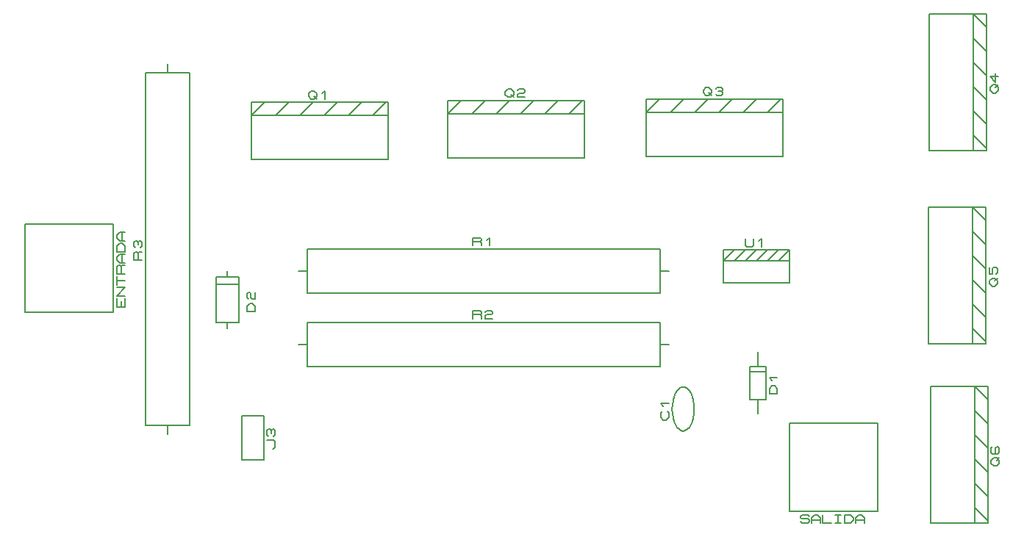
<source format=gbr>
G04 PROTEUS GERBER X2 FILE*
%TF.GenerationSoftware,Labcenter,Proteus,8.13-SP0-Build31525*%
%TF.CreationDate,2025-01-18T14:33:54+00:00*%
%TF.FileFunction,Legend,Top*%
%TF.FilePolarity,Positive*%
%TF.Part,Single*%
%TF.SameCoordinates,{d9d58708-2b01-4210-ba30-9eb4af83a777}*%
%FSLAX45Y45*%
%MOMM*%
G01*
%TA.AperFunction,Material*%
%ADD20C,0.203200*%
%TD.AperFunction*%
D20*
X+1388000Y+3560548D02*
X+372000Y+3560548D01*
X+1388000Y+2544548D02*
X+372000Y+2544548D01*
X+372000Y+3560548D02*
X+372000Y+2544548D01*
X+1388000Y+3560548D02*
X+1388000Y+2544548D01*
X+1520080Y+2703298D02*
X+1520080Y+2608048D01*
X+1428640Y+2608048D01*
X+1428640Y+2703298D01*
X+1474360Y+2608048D02*
X+1474360Y+2671548D01*
X+1520080Y+2735048D02*
X+1428640Y+2735048D01*
X+1520080Y+2830298D01*
X+1428640Y+2830298D01*
X+1428640Y+2862048D02*
X+1428640Y+2957298D01*
X+1428640Y+2909673D02*
X+1520080Y+2909673D01*
X+1520080Y+2989048D02*
X+1428640Y+2989048D01*
X+1428640Y+3068423D01*
X+1443880Y+3084298D01*
X+1459120Y+3084298D01*
X+1474360Y+3068423D01*
X+1474360Y+2989048D01*
X+1474360Y+3068423D02*
X+1489600Y+3084298D01*
X+1520080Y+3084298D01*
X+1520080Y+3116048D02*
X+1459120Y+3116048D01*
X+1428640Y+3147798D01*
X+1428640Y+3179548D01*
X+1459120Y+3211298D01*
X+1520080Y+3211298D01*
X+1489600Y+3116048D02*
X+1489600Y+3211298D01*
X+1520080Y+3243048D02*
X+1428640Y+3243048D01*
X+1428640Y+3306548D01*
X+1459120Y+3338298D01*
X+1489600Y+3338298D01*
X+1520080Y+3306548D01*
X+1520080Y+3243048D01*
X+1520080Y+3370048D02*
X+1459120Y+3370048D01*
X+1428640Y+3401798D01*
X+1428640Y+3433548D01*
X+1459120Y+3465298D01*
X+1520080Y+3465298D01*
X+1489600Y+3370048D02*
X+1489600Y+3465298D01*
X+2567920Y+2429468D02*
X+2834620Y+2429468D01*
X+2834620Y+2947628D01*
X+2567920Y+2947628D01*
X+2567920Y+2429468D01*
X+2832080Y+2866348D02*
X+2570460Y+2866348D01*
X+2700000Y+3018748D02*
X+2700000Y+2947628D01*
X+2700000Y+2429468D02*
X+2700000Y+2358348D01*
X+3016700Y+2551548D02*
X+2925260Y+2551548D01*
X+2925260Y+2615048D01*
X+2955740Y+2646798D01*
X+2986220Y+2646798D01*
X+3016700Y+2615048D01*
X+3016700Y+2551548D01*
X+2940500Y+2694423D02*
X+2925260Y+2710298D01*
X+2925260Y+2757923D01*
X+2940500Y+2773798D01*
X+2955740Y+2773798D01*
X+2970980Y+2757923D01*
X+2970980Y+2710298D01*
X+2986220Y+2694423D01*
X+3016700Y+2694423D01*
X+3016700Y+2773798D01*
X+2863000Y+845548D02*
X+3117000Y+845548D01*
X+3117000Y+1353548D01*
X+2863000Y+1353548D01*
X+2863000Y+845548D01*
X+3218600Y+972548D02*
X+3233840Y+972548D01*
X+3249080Y+988423D01*
X+3249080Y+1051923D01*
X+3233840Y+1067798D01*
X+3157640Y+1067798D01*
X+3172880Y+1115423D02*
X+3157640Y+1131298D01*
X+3157640Y+1178923D01*
X+3172880Y+1194798D01*
X+3188120Y+1194798D01*
X+3203360Y+1178923D01*
X+3218600Y+1194798D01*
X+3233840Y+1194798D01*
X+3249080Y+1178923D01*
X+3249080Y+1131298D01*
X+3233840Y+1115423D01*
X+3203360Y+1147173D02*
X+3203360Y+1178923D01*
X+2010000Y+1138948D02*
X+2010000Y+1240548D01*
X+1756000Y+1240548D02*
X+2264000Y+1240548D01*
X+2264000Y+5304548D01*
X+1756000Y+5304548D01*
X+1756000Y+1240548D01*
X+2010000Y+5304548D02*
X+2010000Y+5406148D01*
X+1715360Y+3145548D02*
X+1623920Y+3145548D01*
X+1623920Y+3224923D01*
X+1639160Y+3240798D01*
X+1654400Y+3240798D01*
X+1669640Y+3224923D01*
X+1669640Y+3145548D01*
X+1669640Y+3224923D02*
X+1684880Y+3240798D01*
X+1715360Y+3240798D01*
X+1639160Y+3288423D02*
X+1623920Y+3304298D01*
X+1623920Y+3351923D01*
X+1639160Y+3367798D01*
X+1654400Y+3367798D01*
X+1669640Y+3351923D01*
X+1684880Y+3367798D01*
X+1700120Y+3367798D01*
X+1715360Y+3351923D01*
X+1715360Y+3304298D01*
X+1700120Y+3288423D01*
X+1669640Y+3320173D02*
X+1669640Y+3351923D01*
X+3522400Y+3016548D02*
X+3624000Y+3016548D01*
X+3624000Y+2762548D02*
X+7688000Y+2762548D01*
X+7688000Y+3270548D01*
X+3624000Y+3270548D01*
X+3624000Y+2762548D01*
X+7688000Y+3016548D02*
X+7789600Y+3016548D01*
X+5529000Y+3311188D02*
X+5529000Y+3402628D01*
X+5608375Y+3402628D01*
X+5624250Y+3387388D01*
X+5624250Y+3372148D01*
X+5608375Y+3356908D01*
X+5529000Y+3356908D01*
X+5608375Y+3356908D02*
X+5624250Y+3341668D01*
X+5624250Y+3311188D01*
X+5687750Y+3372148D02*
X+5719500Y+3402628D01*
X+5719500Y+3311188D01*
X+3522400Y+2176548D02*
X+3624000Y+2176548D01*
X+3624000Y+1922548D02*
X+7688000Y+1922548D01*
X+7688000Y+2430548D01*
X+3624000Y+2430548D01*
X+3624000Y+1922548D01*
X+7688000Y+2176548D02*
X+7789600Y+2176548D01*
X+5529000Y+2471188D02*
X+5529000Y+2562628D01*
X+5608375Y+2562628D01*
X+5624250Y+2547388D01*
X+5624250Y+2532148D01*
X+5608375Y+2516908D01*
X+5529000Y+2516908D01*
X+5608375Y+2516908D02*
X+5624250Y+2501668D01*
X+5624250Y+2471188D01*
X+5671875Y+2547388D02*
X+5687750Y+2562628D01*
X+5735375Y+2562628D01*
X+5751250Y+2547388D01*
X+5751250Y+2532148D01*
X+5735375Y+2516908D01*
X+5687750Y+2516908D01*
X+5671875Y+2501668D01*
X+5671875Y+2471188D01*
X+5751250Y+2471188D01*
X+7950000Y+1175548D02*
X+7924124Y+1180628D01*
X+7900152Y+1195233D01*
X+7878562Y+1218410D01*
X+7859830Y+1249208D01*
X+7844431Y+1286673D01*
X+7832842Y+1329853D01*
X+7825540Y+1377796D01*
X+7823000Y+1429548D01*
X+7950000Y+1683548D02*
X+7924124Y+1678468D01*
X+7900152Y+1663863D01*
X+7878562Y+1640686D01*
X+7859830Y+1609888D01*
X+7844431Y+1572423D01*
X+7832842Y+1529243D01*
X+7825540Y+1481300D01*
X+7823000Y+1429548D01*
X+7950000Y+1175548D02*
X+7975876Y+1180628D01*
X+7999848Y+1195233D01*
X+8021438Y+1218410D01*
X+8040170Y+1249208D01*
X+8055569Y+1286673D01*
X+8067158Y+1329853D01*
X+8074460Y+1377796D01*
X+8077000Y+1429548D01*
X+7950000Y+1683548D02*
X+7975876Y+1678468D01*
X+7999848Y+1663863D01*
X+8021438Y+1640686D01*
X+8040170Y+1609888D01*
X+8055569Y+1572423D01*
X+8067158Y+1529243D01*
X+8074460Y+1481300D01*
X+8077000Y+1429548D01*
X+7767120Y+1397798D02*
X+7782360Y+1381923D01*
X+7782360Y+1334298D01*
X+7751880Y+1302548D01*
X+7721400Y+1302548D01*
X+7690920Y+1334298D01*
X+7690920Y+1381923D01*
X+7706160Y+1397798D01*
X+7721400Y+1461298D02*
X+7690920Y+1493048D01*
X+7782360Y+1493048D01*
X+8409000Y+2879548D02*
X+9171000Y+2879548D01*
X+9171000Y+3133548D01*
X+8409000Y+3133548D01*
X+8409000Y+2879548D01*
X+8409000Y+3133548D02*
X+8409000Y+3260548D01*
X+9171000Y+3260548D01*
X+9171000Y+3133548D01*
X+8409000Y+3133548D02*
X+8536000Y+3260548D01*
X+8536000Y+3133548D02*
X+8663000Y+3260548D01*
X+8663000Y+3133548D02*
X+8790000Y+3260548D01*
X+8790000Y+3133548D02*
X+8917000Y+3260548D01*
X+8917000Y+3133548D02*
X+9044000Y+3260548D01*
X+9044000Y+3133548D02*
X+9171000Y+3260548D01*
X+8663000Y+3392628D02*
X+8663000Y+3316428D01*
X+8678875Y+3301188D01*
X+8742375Y+3301188D01*
X+8758250Y+3316428D01*
X+8758250Y+3392628D01*
X+8821750Y+3362148D02*
X+8853500Y+3392628D01*
X+8853500Y+3301188D01*
X+8718560Y+1538048D02*
X+8901440Y+1538048D01*
X+8901440Y+1919048D01*
X+8718560Y+1919048D01*
X+8718560Y+1538048D01*
X+8898900Y+1855548D02*
X+8721100Y+1855548D01*
X+8810000Y+1538048D02*
X+8810000Y+1372948D01*
X+8810000Y+1919048D02*
X+8810000Y+2084148D01*
X+9033520Y+1601548D02*
X+8942080Y+1601548D01*
X+8942080Y+1665048D01*
X+8972560Y+1696798D01*
X+9003040Y+1696798D01*
X+9033520Y+1665048D01*
X+9033520Y+1601548D01*
X+8972560Y+1760298D02*
X+8942080Y+1792048D01*
X+9033520Y+1792048D01*
X+2973960Y+4810548D02*
X+4548760Y+4810548D01*
X+4548760Y+4302548D01*
X+2973960Y+4302548D01*
X+2973960Y+4810548D01*
X+2973960Y+4962948D02*
X+4548760Y+4962948D01*
X+3253360Y+4810548D02*
X+3405760Y+4962948D01*
X+3532760Y+4810548D02*
X+3685160Y+4962948D01*
X+3812160Y+4810548D02*
X+3964560Y+4962948D01*
X+4091560Y+4810548D02*
X+4243960Y+4962948D01*
X+4370960Y+4810548D02*
X+4523360Y+4962948D01*
X+4370960Y+4810548D02*
X+4523360Y+4962948D01*
X+4548760Y+4810548D02*
X+4548760Y+4962948D01*
X+2973960Y+4810548D02*
X+3126360Y+4962948D01*
X+2973960Y+4810548D02*
X+2973960Y+4962948D01*
X+3634360Y+5064548D02*
X+3666110Y+5095028D01*
X+3697860Y+5095028D01*
X+3729610Y+5064548D01*
X+3729610Y+5034068D01*
X+3697860Y+5003588D01*
X+3666110Y+5003588D01*
X+3634360Y+5034068D01*
X+3634360Y+5064548D01*
X+3697860Y+5034068D02*
X+3729610Y+5003588D01*
X+3793110Y+5064548D02*
X+3824860Y+5095028D01*
X+3824860Y+5003588D01*
X+5240060Y+4830548D02*
X+6814860Y+4830548D01*
X+6814860Y+4322548D01*
X+5240060Y+4322548D01*
X+5240060Y+4830548D01*
X+5240060Y+4982948D02*
X+6814860Y+4982948D01*
X+5519460Y+4830548D02*
X+5671860Y+4982948D01*
X+5798860Y+4830548D02*
X+5951260Y+4982948D01*
X+6078260Y+4830548D02*
X+6230660Y+4982948D01*
X+6357660Y+4830548D02*
X+6510060Y+4982948D01*
X+6637060Y+4830548D02*
X+6789460Y+4982948D01*
X+6637060Y+4830548D02*
X+6789460Y+4982948D01*
X+6814860Y+4830548D02*
X+6814860Y+4982948D01*
X+5240060Y+4830548D02*
X+5392460Y+4982948D01*
X+5240060Y+4830548D02*
X+5240060Y+4982948D01*
X+5900460Y+5084548D02*
X+5932210Y+5115028D01*
X+5963960Y+5115028D01*
X+5995710Y+5084548D01*
X+5995710Y+5054068D01*
X+5963960Y+5023588D01*
X+5932210Y+5023588D01*
X+5900460Y+5054068D01*
X+5900460Y+5084548D01*
X+5963960Y+5054068D02*
X+5995710Y+5023588D01*
X+6043335Y+5099788D02*
X+6059210Y+5115028D01*
X+6106835Y+5115028D01*
X+6122710Y+5099788D01*
X+6122710Y+5084548D01*
X+6106835Y+5069308D01*
X+6059210Y+5069308D01*
X+6043335Y+5054068D01*
X+6043335Y+5023588D01*
X+6122710Y+5023588D01*
X+7520060Y+4850548D02*
X+9094860Y+4850548D01*
X+9094860Y+4342548D01*
X+7520060Y+4342548D01*
X+7520060Y+4850548D01*
X+7520060Y+5002948D02*
X+9094860Y+5002948D01*
X+7799460Y+4850548D02*
X+7951860Y+5002948D01*
X+8078860Y+4850548D02*
X+8231260Y+5002948D01*
X+8358260Y+4850548D02*
X+8510660Y+5002948D01*
X+8637660Y+4850548D02*
X+8790060Y+5002948D01*
X+8917060Y+4850548D02*
X+9069460Y+5002948D01*
X+8917060Y+4850548D02*
X+9069460Y+5002948D01*
X+9094860Y+4850548D02*
X+9094860Y+5002948D01*
X+7520060Y+4850548D02*
X+7672460Y+5002948D01*
X+7520060Y+4850548D02*
X+7520060Y+5002948D01*
X+8180460Y+5104548D02*
X+8212210Y+5135028D01*
X+8243960Y+5135028D01*
X+8275710Y+5104548D01*
X+8275710Y+5074068D01*
X+8243960Y+5043588D01*
X+8212210Y+5043588D01*
X+8180460Y+5074068D01*
X+8180460Y+5104548D01*
X+8243960Y+5074068D02*
X+8275710Y+5043588D01*
X+8323335Y+5119788D02*
X+8339210Y+5135028D01*
X+8386835Y+5135028D01*
X+8402710Y+5119788D01*
X+8402710Y+5104548D01*
X+8386835Y+5089308D01*
X+8402710Y+5074068D01*
X+8402710Y+5058828D01*
X+8386835Y+5043588D01*
X+8339210Y+5043588D01*
X+8323335Y+5058828D01*
X+8355085Y+5089308D02*
X+8386835Y+5089308D01*
X+11294000Y+5986488D02*
X+11294000Y+4411688D01*
X+10786000Y+4411688D01*
X+10786000Y+5986488D01*
X+11294000Y+5986488D01*
X+11446400Y+5986488D02*
X+11446400Y+4411688D01*
X+11294000Y+5707088D02*
X+11446400Y+5554688D01*
X+11294000Y+5427688D02*
X+11446400Y+5275288D01*
X+11294000Y+5148288D02*
X+11446400Y+4995888D01*
X+11294000Y+4868888D02*
X+11446400Y+4716488D01*
X+11294000Y+4589488D02*
X+11446400Y+4437088D01*
X+11294000Y+4589488D02*
X+11446400Y+4437088D01*
X+11294000Y+4411688D02*
X+11446400Y+4411688D01*
X+11294000Y+5986488D02*
X+11446400Y+5834088D01*
X+11294000Y+5986488D02*
X+11446400Y+5986488D01*
X+11517520Y+5072088D02*
X+11487040Y+5103838D01*
X+11487040Y+5135588D01*
X+11517520Y+5167338D01*
X+11548000Y+5167338D01*
X+11578480Y+5135588D01*
X+11578480Y+5103838D01*
X+11548000Y+5072088D01*
X+11517520Y+5072088D01*
X+11548000Y+5135588D02*
X+11578480Y+5167338D01*
X+11548000Y+5294338D02*
X+11548000Y+5199088D01*
X+11487040Y+5262588D01*
X+11578480Y+5262588D01*
X+11284000Y+3756488D02*
X+11284000Y+2181688D01*
X+10776000Y+2181688D01*
X+10776000Y+3756488D01*
X+11284000Y+3756488D01*
X+11436400Y+3756488D02*
X+11436400Y+2181688D01*
X+11284000Y+3477088D02*
X+11436400Y+3324688D01*
X+11284000Y+3197688D02*
X+11436400Y+3045288D01*
X+11284000Y+2918288D02*
X+11436400Y+2765888D01*
X+11284000Y+2638888D02*
X+11436400Y+2486488D01*
X+11284000Y+2359488D02*
X+11436400Y+2207088D01*
X+11284000Y+2359488D02*
X+11436400Y+2207088D01*
X+11284000Y+2181688D02*
X+11436400Y+2181688D01*
X+11284000Y+3756488D02*
X+11436400Y+3604088D01*
X+11284000Y+3756488D02*
X+11436400Y+3756488D01*
X+11507520Y+2842088D02*
X+11477040Y+2873838D01*
X+11477040Y+2905588D01*
X+11507520Y+2937338D01*
X+11538000Y+2937338D01*
X+11568480Y+2905588D01*
X+11568480Y+2873838D01*
X+11538000Y+2842088D01*
X+11507520Y+2842088D01*
X+11538000Y+2905588D02*
X+11568480Y+2937338D01*
X+11477040Y+3064338D02*
X+11477040Y+2984963D01*
X+11507520Y+2984963D01*
X+11507520Y+3048463D01*
X+11522760Y+3064338D01*
X+11553240Y+3064338D01*
X+11568480Y+3048463D01*
X+11568480Y+3000838D01*
X+11553240Y+2984963D01*
X+11304000Y+1686488D02*
X+11304000Y+111688D01*
X+10796000Y+111688D01*
X+10796000Y+1686488D01*
X+11304000Y+1686488D01*
X+11456400Y+1686488D02*
X+11456400Y+111688D01*
X+11304000Y+1407088D02*
X+11456400Y+1254688D01*
X+11304000Y+1127688D02*
X+11456400Y+975288D01*
X+11304000Y+848288D02*
X+11456400Y+695888D01*
X+11304000Y+568888D02*
X+11456400Y+416488D01*
X+11304000Y+289488D02*
X+11456400Y+137088D01*
X+11304000Y+289488D02*
X+11456400Y+137088D01*
X+11304000Y+111688D02*
X+11456400Y+111688D01*
X+11304000Y+1686488D02*
X+11456400Y+1534088D01*
X+11304000Y+1686488D02*
X+11456400Y+1686488D01*
X+11527520Y+772088D02*
X+11497040Y+803838D01*
X+11497040Y+835588D01*
X+11527520Y+867338D01*
X+11558000Y+867338D01*
X+11588480Y+835588D01*
X+11588480Y+803838D01*
X+11558000Y+772088D01*
X+11527520Y+772088D01*
X+11558000Y+835588D02*
X+11588480Y+867338D01*
X+11512280Y+994338D02*
X+11497040Y+978463D01*
X+11497040Y+930838D01*
X+11512280Y+914963D01*
X+11573240Y+914963D01*
X+11588480Y+930838D01*
X+11588480Y+978463D01*
X+11573240Y+994338D01*
X+11558000Y+994338D01*
X+11542760Y+978463D01*
X+11542760Y+914963D01*
X+10194000Y+248548D02*
X+10194000Y+1264548D01*
X+9178000Y+248548D02*
X+9178000Y+1264548D01*
X+10194000Y+1264548D02*
X+9178000Y+1264548D01*
X+10194000Y+248548D02*
X+9178000Y+248548D01*
X+9305000Y+131708D02*
X+9320875Y+116468D01*
X+9384375Y+116468D01*
X+9400250Y+131708D01*
X+9400250Y+146948D01*
X+9384375Y+162188D01*
X+9320875Y+162188D01*
X+9305000Y+177428D01*
X+9305000Y+192668D01*
X+9320875Y+207908D01*
X+9384375Y+207908D01*
X+9400250Y+192668D01*
X+9432000Y+116468D02*
X+9432000Y+177428D01*
X+9463750Y+207908D01*
X+9495500Y+207908D01*
X+9527250Y+177428D01*
X+9527250Y+116468D01*
X+9432000Y+146948D02*
X+9527250Y+146948D01*
X+9559000Y+207908D02*
X+9559000Y+116468D01*
X+9654250Y+116468D01*
X+9701875Y+207908D02*
X+9765375Y+207908D01*
X+9733625Y+207908D02*
X+9733625Y+116468D01*
X+9701875Y+116468D02*
X+9765375Y+116468D01*
X+9813000Y+116468D02*
X+9813000Y+207908D01*
X+9876500Y+207908D01*
X+9908250Y+177428D01*
X+9908250Y+146948D01*
X+9876500Y+116468D01*
X+9813000Y+116468D01*
X+9940000Y+116468D02*
X+9940000Y+177428D01*
X+9971750Y+207908D01*
X+10003500Y+207908D01*
X+10035250Y+177428D01*
X+10035250Y+116468D01*
X+9940000Y+146948D02*
X+10035250Y+146948D01*
M02*

</source>
